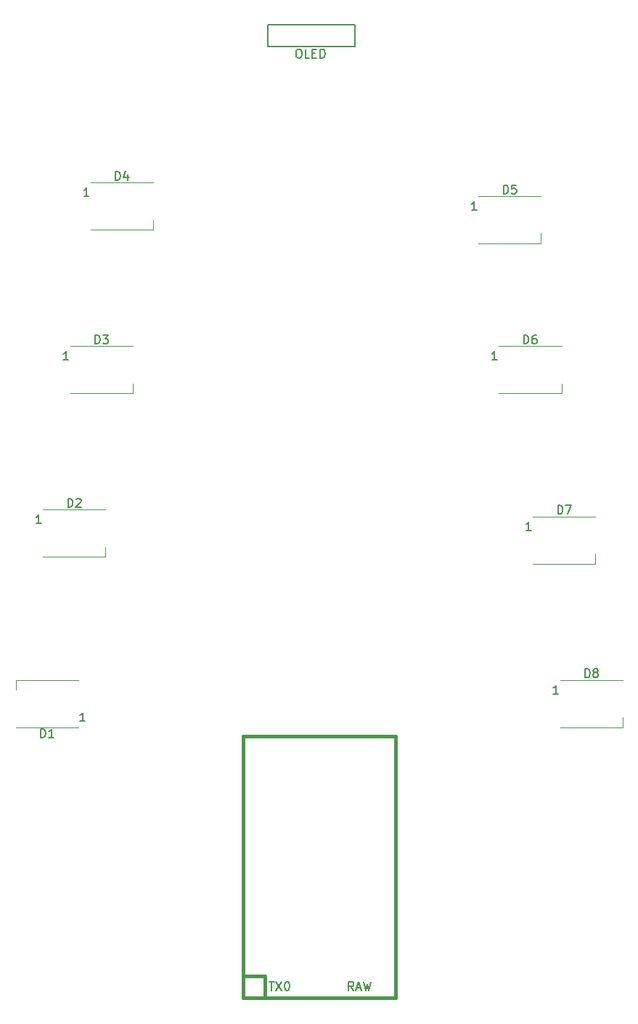
<source format=gbr>
%TF.GenerationSoftware,KiCad,Pcbnew,5.1.8*%
%TF.CreationDate,2020-12-03T20:02:01+01:00*%
%TF.ProjectId,christmas_board,63687269-7374-46d6-9173-5f626f617264,rev?*%
%TF.SameCoordinates,Original*%
%TF.FileFunction,Legend,Top*%
%TF.FilePolarity,Positive*%
%FSLAX46Y46*%
G04 Gerber Fmt 4.6, Leading zero omitted, Abs format (unit mm)*
G04 Created by KiCad (PCBNEW 5.1.8) date 2020-12-03 20:02:01*
%MOMM*%
%LPD*%
G01*
G04 APERTURE LIST*
%ADD10C,0.120000*%
%ADD11C,0.381000*%
%ADD12C,0.150000*%
G04 APERTURE END LIST*
D10*
%TO.C,D8*%
X174943750Y-106787500D02*
X182243750Y-106787500D01*
X174943750Y-112287500D02*
X182243750Y-112287500D01*
X182243750Y-112287500D02*
X182243750Y-111137500D01*
%TO.C,D7*%
X171768750Y-87737500D02*
X179068750Y-87737500D01*
X171768750Y-93237500D02*
X179068750Y-93237500D01*
X179068750Y-93237500D02*
X179068750Y-92087500D01*
D11*
%TO.C,U1*%
X155733750Y-143827500D02*
X137953750Y-143827500D01*
X137953750Y-143827500D02*
X137953750Y-113347500D01*
X137953750Y-113347500D02*
X155733750Y-113347500D01*
X155733750Y-113347500D02*
X155733750Y-143827500D01*
X140493750Y-143827500D02*
X140493750Y-141287500D01*
X140493750Y-141287500D02*
X137953750Y-141287500D01*
D12*
%TO.C,J2*%
X140811250Y-33020000D02*
X150971250Y-33020000D01*
X150971250Y-33020000D02*
X150971250Y-30480000D01*
X150971250Y-30480000D02*
X140811250Y-30480000D01*
X140811250Y-30480000D02*
X140811250Y-33020000D01*
D10*
%TO.C,D6*%
X167800000Y-67893750D02*
X175100000Y-67893750D01*
X167800000Y-73393750D02*
X175100000Y-73393750D01*
X175100000Y-73393750D02*
X175100000Y-72243750D01*
%TO.C,D5*%
X165418750Y-50431250D02*
X172718750Y-50431250D01*
X165418750Y-55931250D02*
X172718750Y-55931250D01*
X172718750Y-55931250D02*
X172718750Y-54781250D01*
%TO.C,D4*%
X120175000Y-48843750D02*
X127475000Y-48843750D01*
X120175000Y-54343750D02*
X127475000Y-54343750D01*
X127475000Y-54343750D02*
X127475000Y-53193750D01*
%TO.C,D3*%
X117793750Y-67893750D02*
X125093750Y-67893750D01*
X117793750Y-73393750D02*
X125093750Y-73393750D01*
X125093750Y-73393750D02*
X125093750Y-72243750D01*
%TO.C,D2*%
X114618750Y-86943750D02*
X121918750Y-86943750D01*
X114618750Y-92443750D02*
X121918750Y-92443750D01*
X121918750Y-92443750D02*
X121918750Y-91293750D01*
%TO.C,D1*%
X118743750Y-112287500D02*
X111443750Y-112287500D01*
X118743750Y-106787500D02*
X111443750Y-106787500D01*
X111443750Y-106787500D02*
X111443750Y-107937500D01*
%TO.C,D8*%
D12*
X177855654Y-106489880D02*
X177855654Y-105489880D01*
X178093750Y-105489880D01*
X178236607Y-105537500D01*
X178331845Y-105632738D01*
X178379464Y-105727976D01*
X178427083Y-105918452D01*
X178427083Y-106061309D01*
X178379464Y-106251785D01*
X178331845Y-106347023D01*
X178236607Y-106442261D01*
X178093750Y-106489880D01*
X177855654Y-106489880D01*
X178998511Y-105918452D02*
X178903273Y-105870833D01*
X178855654Y-105823214D01*
X178808035Y-105727976D01*
X178808035Y-105680357D01*
X178855654Y-105585119D01*
X178903273Y-105537500D01*
X178998511Y-105489880D01*
X179188988Y-105489880D01*
X179284226Y-105537500D01*
X179331845Y-105585119D01*
X179379464Y-105680357D01*
X179379464Y-105727976D01*
X179331845Y-105823214D01*
X179284226Y-105870833D01*
X179188988Y-105918452D01*
X178998511Y-105918452D01*
X178903273Y-105966071D01*
X178855654Y-106013690D01*
X178808035Y-106108928D01*
X178808035Y-106299404D01*
X178855654Y-106394642D01*
X178903273Y-106442261D01*
X178998511Y-106489880D01*
X179188988Y-106489880D01*
X179284226Y-106442261D01*
X179331845Y-106394642D01*
X179379464Y-106299404D01*
X179379464Y-106108928D01*
X179331845Y-106013690D01*
X179284226Y-105966071D01*
X179188988Y-105918452D01*
X174729464Y-108389880D02*
X174158035Y-108389880D01*
X174443750Y-108389880D02*
X174443750Y-107389880D01*
X174348511Y-107532738D01*
X174253273Y-107627976D01*
X174158035Y-107675595D01*
%TO.C,D7*%
X174680654Y-87439880D02*
X174680654Y-86439880D01*
X174918750Y-86439880D01*
X175061607Y-86487500D01*
X175156845Y-86582738D01*
X175204464Y-86677976D01*
X175252083Y-86868452D01*
X175252083Y-87011309D01*
X175204464Y-87201785D01*
X175156845Y-87297023D01*
X175061607Y-87392261D01*
X174918750Y-87439880D01*
X174680654Y-87439880D01*
X175585416Y-86439880D02*
X176252083Y-86439880D01*
X175823511Y-87439880D01*
X171554464Y-89339880D02*
X170983035Y-89339880D01*
X171268750Y-89339880D02*
X171268750Y-88339880D01*
X171173511Y-88482738D01*
X171078273Y-88577976D01*
X170983035Y-88625595D01*
%TO.C,U1*%
X150853273Y-142939880D02*
X150519940Y-142463690D01*
X150281845Y-142939880D02*
X150281845Y-141939880D01*
X150662797Y-141939880D01*
X150758035Y-141987500D01*
X150805654Y-142035119D01*
X150853273Y-142130357D01*
X150853273Y-142273214D01*
X150805654Y-142368452D01*
X150758035Y-142416071D01*
X150662797Y-142463690D01*
X150281845Y-142463690D01*
X151234226Y-142654166D02*
X151710416Y-142654166D01*
X151138988Y-142939880D02*
X151472321Y-141939880D01*
X151805654Y-142939880D01*
X152043750Y-141939880D02*
X152281845Y-142939880D01*
X152472321Y-142225595D01*
X152662797Y-142939880D01*
X152900892Y-141939880D01*
X141005654Y-141939880D02*
X141577083Y-141939880D01*
X141291369Y-142939880D02*
X141291369Y-141939880D01*
X141815178Y-141939880D02*
X142481845Y-142939880D01*
X142481845Y-141939880D02*
X141815178Y-142939880D01*
X143053273Y-141939880D02*
X143148511Y-141939880D01*
X143243750Y-141987500D01*
X143291369Y-142035119D01*
X143338988Y-142130357D01*
X143386607Y-142320833D01*
X143386607Y-142558928D01*
X143338988Y-142749404D01*
X143291369Y-142844642D01*
X143243750Y-142892261D01*
X143148511Y-142939880D01*
X143053273Y-142939880D01*
X142958035Y-142892261D01*
X142910416Y-142844642D01*
X142862797Y-142749404D01*
X142815178Y-142558928D01*
X142815178Y-142320833D01*
X142862797Y-142130357D01*
X142910416Y-142035119D01*
X142958035Y-141987500D01*
X143053273Y-141939880D01*
%TO.C,J2*%
X144378869Y-33302380D02*
X144569345Y-33302380D01*
X144664583Y-33350000D01*
X144759821Y-33445238D01*
X144807440Y-33635714D01*
X144807440Y-33969047D01*
X144759821Y-34159523D01*
X144664583Y-34254761D01*
X144569345Y-34302380D01*
X144378869Y-34302380D01*
X144283630Y-34254761D01*
X144188392Y-34159523D01*
X144140773Y-33969047D01*
X144140773Y-33635714D01*
X144188392Y-33445238D01*
X144283630Y-33350000D01*
X144378869Y-33302380D01*
X145712202Y-34302380D02*
X145236011Y-34302380D01*
X145236011Y-33302380D01*
X146045535Y-33778571D02*
X146378869Y-33778571D01*
X146521726Y-34302380D02*
X146045535Y-34302380D01*
X146045535Y-33302380D01*
X146521726Y-33302380D01*
X146950297Y-34302380D02*
X146950297Y-33302380D01*
X147188392Y-33302380D01*
X147331250Y-33350000D01*
X147426488Y-33445238D01*
X147474107Y-33540476D01*
X147521726Y-33730952D01*
X147521726Y-33873809D01*
X147474107Y-34064285D01*
X147426488Y-34159523D01*
X147331250Y-34254761D01*
X147188392Y-34302380D01*
X146950297Y-34302380D01*
%TO.C,D6*%
X170711904Y-67596130D02*
X170711904Y-66596130D01*
X170950000Y-66596130D01*
X171092857Y-66643750D01*
X171188095Y-66738988D01*
X171235714Y-66834226D01*
X171283333Y-67024702D01*
X171283333Y-67167559D01*
X171235714Y-67358035D01*
X171188095Y-67453273D01*
X171092857Y-67548511D01*
X170950000Y-67596130D01*
X170711904Y-67596130D01*
X172140476Y-66596130D02*
X171950000Y-66596130D01*
X171854761Y-66643750D01*
X171807142Y-66691369D01*
X171711904Y-66834226D01*
X171664285Y-67024702D01*
X171664285Y-67405654D01*
X171711904Y-67500892D01*
X171759523Y-67548511D01*
X171854761Y-67596130D01*
X172045238Y-67596130D01*
X172140476Y-67548511D01*
X172188095Y-67500892D01*
X172235714Y-67405654D01*
X172235714Y-67167559D01*
X172188095Y-67072321D01*
X172140476Y-67024702D01*
X172045238Y-66977083D01*
X171854761Y-66977083D01*
X171759523Y-67024702D01*
X171711904Y-67072321D01*
X171664285Y-67167559D01*
X167585714Y-69496130D02*
X167014285Y-69496130D01*
X167300000Y-69496130D02*
X167300000Y-68496130D01*
X167204761Y-68638988D01*
X167109523Y-68734226D01*
X167014285Y-68781845D01*
%TO.C,D5*%
X168330654Y-50133630D02*
X168330654Y-49133630D01*
X168568750Y-49133630D01*
X168711607Y-49181250D01*
X168806845Y-49276488D01*
X168854464Y-49371726D01*
X168902083Y-49562202D01*
X168902083Y-49705059D01*
X168854464Y-49895535D01*
X168806845Y-49990773D01*
X168711607Y-50086011D01*
X168568750Y-50133630D01*
X168330654Y-50133630D01*
X169806845Y-49133630D02*
X169330654Y-49133630D01*
X169283035Y-49609821D01*
X169330654Y-49562202D01*
X169425892Y-49514583D01*
X169663988Y-49514583D01*
X169759226Y-49562202D01*
X169806845Y-49609821D01*
X169854464Y-49705059D01*
X169854464Y-49943154D01*
X169806845Y-50038392D01*
X169759226Y-50086011D01*
X169663988Y-50133630D01*
X169425892Y-50133630D01*
X169330654Y-50086011D01*
X169283035Y-50038392D01*
X165204464Y-52033630D02*
X164633035Y-52033630D01*
X164918750Y-52033630D02*
X164918750Y-51033630D01*
X164823511Y-51176488D01*
X164728273Y-51271726D01*
X164633035Y-51319345D01*
%TO.C,D4*%
X123086904Y-48546130D02*
X123086904Y-47546130D01*
X123325000Y-47546130D01*
X123467857Y-47593750D01*
X123563095Y-47688988D01*
X123610714Y-47784226D01*
X123658333Y-47974702D01*
X123658333Y-48117559D01*
X123610714Y-48308035D01*
X123563095Y-48403273D01*
X123467857Y-48498511D01*
X123325000Y-48546130D01*
X123086904Y-48546130D01*
X124515476Y-47879464D02*
X124515476Y-48546130D01*
X124277380Y-47498511D02*
X124039285Y-48212797D01*
X124658333Y-48212797D01*
X119960714Y-50446130D02*
X119389285Y-50446130D01*
X119675000Y-50446130D02*
X119675000Y-49446130D01*
X119579761Y-49588988D01*
X119484523Y-49684226D01*
X119389285Y-49731845D01*
%TO.C,D3*%
X120705654Y-67596130D02*
X120705654Y-66596130D01*
X120943750Y-66596130D01*
X121086607Y-66643750D01*
X121181845Y-66738988D01*
X121229464Y-66834226D01*
X121277083Y-67024702D01*
X121277083Y-67167559D01*
X121229464Y-67358035D01*
X121181845Y-67453273D01*
X121086607Y-67548511D01*
X120943750Y-67596130D01*
X120705654Y-67596130D01*
X121610416Y-66596130D02*
X122229464Y-66596130D01*
X121896130Y-66977083D01*
X122038988Y-66977083D01*
X122134226Y-67024702D01*
X122181845Y-67072321D01*
X122229464Y-67167559D01*
X122229464Y-67405654D01*
X122181845Y-67500892D01*
X122134226Y-67548511D01*
X122038988Y-67596130D01*
X121753273Y-67596130D01*
X121658035Y-67548511D01*
X121610416Y-67500892D01*
X117579464Y-69496130D02*
X117008035Y-69496130D01*
X117293750Y-69496130D02*
X117293750Y-68496130D01*
X117198511Y-68638988D01*
X117103273Y-68734226D01*
X117008035Y-68781845D01*
%TO.C,D2*%
X117530654Y-86646130D02*
X117530654Y-85646130D01*
X117768750Y-85646130D01*
X117911607Y-85693750D01*
X118006845Y-85788988D01*
X118054464Y-85884226D01*
X118102083Y-86074702D01*
X118102083Y-86217559D01*
X118054464Y-86408035D01*
X118006845Y-86503273D01*
X117911607Y-86598511D01*
X117768750Y-86646130D01*
X117530654Y-86646130D01*
X118483035Y-85741369D02*
X118530654Y-85693750D01*
X118625892Y-85646130D01*
X118863988Y-85646130D01*
X118959226Y-85693750D01*
X119006845Y-85741369D01*
X119054464Y-85836607D01*
X119054464Y-85931845D01*
X119006845Y-86074702D01*
X118435416Y-86646130D01*
X119054464Y-86646130D01*
X114404464Y-88546130D02*
X113833035Y-88546130D01*
X114118750Y-88546130D02*
X114118750Y-87546130D01*
X114023511Y-87688988D01*
X113928273Y-87784226D01*
X113833035Y-87831845D01*
%TO.C,D1*%
X114355654Y-113489880D02*
X114355654Y-112489880D01*
X114593750Y-112489880D01*
X114736607Y-112537500D01*
X114831845Y-112632738D01*
X114879464Y-112727976D01*
X114927083Y-112918452D01*
X114927083Y-113061309D01*
X114879464Y-113251785D01*
X114831845Y-113347023D01*
X114736607Y-113442261D01*
X114593750Y-113489880D01*
X114355654Y-113489880D01*
X115879464Y-113489880D02*
X115308035Y-113489880D01*
X115593750Y-113489880D02*
X115593750Y-112489880D01*
X115498511Y-112632738D01*
X115403273Y-112727976D01*
X115308035Y-112775595D01*
X119529464Y-111589880D02*
X118958035Y-111589880D01*
X119243750Y-111589880D02*
X119243750Y-110589880D01*
X119148511Y-110732738D01*
X119053273Y-110827976D01*
X118958035Y-110875595D01*
%TD*%
M02*

</source>
